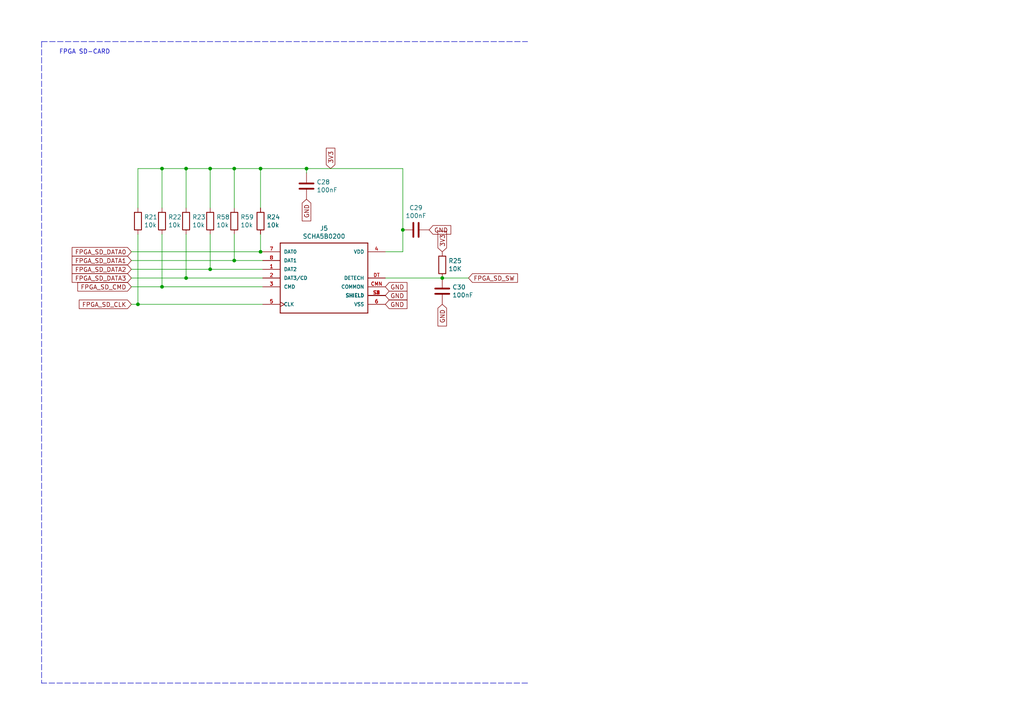
<source format=kicad_sch>
(kicad_sch (version 20211123) (generator eeschema)
  (paper "A4")
  (title_block (rev "0.1") (company "deFEEST"))
  (lib_symbols
    (symbol "Device:C" (pin_numbers hide) (pin_names (offset 0.254))
      (property "Reference" "C" (at 0.635 2.54 0))
      (property "Value" "C" (at 0.635 -2.54 0))
      (symbol "C_0_1"
        (polyline (pts (xy -2.032 -0.762) (xy 2.032 -0.762)) (stroke (width 0.508)))
        (polyline (pts (xy -2.032 0.762) (xy 2.032 0.762)) (stroke (width 0.508)))
      )
      (symbol "C_1_1"
        (pin passive line (at 0 3.81 270) (length 2.794) (name "~") (number "1"))
        (pin passive line (at 0 -3.81 90) (length 2.794) (name "~") (number "2"))
      )
    )
    (symbol "Device:R" (pin_numbers hide) (pin_names (offset 0))
      (property "Reference" "R" (at 2.032 0 90))
      (property "Value" "R" (at 0 0 90))
      (symbol "R_0_1"
        (rectangle (start -1.016 -2.54) (end 1.016 2.54) (stroke (width 0.254)))
      )
      (symbol "R_1_1"
        (pin passive line (at 0 3.81 270) (length 1.27) (name "~") (number "1"))
        (pin passive line (at 0 -3.81 90) (length 1.27) (name "~") (number "2"))
      )
    )
    (symbol "SCHA5B0200:SCHA5B0200" (pin_names (offset 1.016))
      (property "Reference" "J" (at -12.7 10.16 0))
      (property "Value" "SCHA5B0200" (at -12.7 -12.7 0))
      (symbol "SCHA5B0200_0_0"
        (polyline (pts (xy -12.7 -10.16) (xy 12.7 -10.16)) (stroke (width 0.254)))
        (polyline (pts (xy -12.7 10.16) (xy -12.7 -10.16)) (stroke (width 0.254)))
        (polyline (pts (xy 12.7 -10.16) (xy 12.7 10.16)) (stroke (width 0.254)))
        (polyline (pts (xy 12.7 10.16) (xy -12.7 10.16)) (stroke (width 0.254)))
        (pin bidirectional line (at -17.78 2.54 0) (length 5.08) (name "DAT2") (number "1"))
        (pin bidirectional line (at -17.78 0 0) (length 5.08) (name "DAT3/CD") (number "2"))
        (pin bidirectional line (at -17.78 -2.54 0) (length 5.08) (name "CMD") (number "3"))
        (pin power_in line (at 17.78 7.62 180) (length 5.08) (name "VDD") (number "4"))
        (pin bidirectional clock (at -17.78 -7.62 0) (length 5.08) (name "CLK") (number "5"))
        (pin power_in line (at 17.78 -7.62 180) (length 5.08) (name "VSS") (number "6"))
        (pin bidirectional line (at -17.78 7.62 0) (length 5.08) (name "DAT0") (number "7"))
        (pin bidirectional line (at -17.78 5.08 0) (length 5.08) (name "DAT1") (number "8"))
        (pin power_in line (at 17.78 -2.54 180) (length 5.08) (name "COMMON") (number "CMN"))
        (pin passive line (at 17.78 0 180) (length 5.08) (name "DETECH") (number "DT"))
        (pin passive line (at 17.78 -5.08 180) (length 5.08) (name "SHIELD") (number "S1"))
        (pin passive line (at 17.78 -5.08 180) (length 5.08) (name "SHIELD") (number "S2"))
        (pin passive line (at 17.78 -5.08 180) (length 5.08) (name "SHIELD") (number "S3"))
        (pin passive line (at 17.78 -5.08 180) (length 5.08) (name "SHIELD") (number "S4"))
        (pin passive line (at 17.78 -5.08 180) (length 5.08) (name "SHIELD") (number "S5"))
        (pin passive line (at 17.78 -5.08 180) (length 5.08) (name "SHIELD") (number "S6"))
      )
    )
  )
  (junction (at 46.99 83.185))
  (junction (at 46.99 48.895))
  (junction (at 88.9 48.895))
  (junction (at 60.96 78.105))
  (junction (at 53.975 48.895))
  (junction (at 128.27 80.645))
  (junction (at 75.565 73.025))
  (junction (at 60.96 48.895))
  (junction (at 67.945 48.895))
  (junction (at 67.945 75.565))
  (junction (at 40.005 88.265))
  (junction (at 116.84 66.675))
  (junction (at 75.565 48.895))
  (junction (at 53.975 80.645))
  (wire (pts (xy 38.1 80.645) (xy 53.975 80.645)))
  (wire (pts (xy 67.945 48.895) (xy 75.565 48.895)))
  (wire (pts (xy 67.945 67.945) (xy 67.945 75.565)))
  (wire (pts (xy 60.96 48.895) (xy 67.945 48.895)))
  (wire (pts (xy 75.565 73.025) (xy 76.2 73.025)))
  (wire (pts (xy 67.945 60.325) (xy 67.945 48.895)))
  (wire (pts (xy 53.975 67.945) (xy 53.975 80.645)))
  (wire (pts (xy 111.76 73.025) (xy 116.84 73.025)))
  (wire (pts (xy 40.005 88.265) (xy 76.2 88.265)))
  (wire (pts (xy 116.84 66.675) (xy 116.84 73.025)))
  (wire (pts (xy 40.005 60.325) (xy 40.005 48.895)))
  (wire (pts (xy 88.9 48.895) (xy 116.84 48.895)))
  (wire (pts (xy 38.1 78.105) (xy 60.96 78.105)))
  (wire (pts (xy 53.975 48.895) (xy 53.975 60.325)))
  (polyline (pts (xy 12.065 12.065) (xy 153.035 12.065)))
  (wire (pts (xy 128.27 80.645) (xy 111.76 80.645)))
  (wire (pts (xy 60.96 78.105) (xy 76.2 78.105)))
  (wire (pts (xy 38.1 73.025) (xy 75.565 73.025)))
  (wire (pts (xy 46.99 48.895) (xy 53.975 48.895)))
  (wire (pts (xy 67.945 75.565) (xy 76.2 75.565)))
  (wire (pts (xy 135.89 80.645) (xy 128.27 80.645)))
  (wire (pts (xy 38.1 75.565) (xy 67.945 75.565)))
  (polyline (pts (xy 12.065 12.065) (xy 12.065 198.12)))
  (wire (pts (xy 40.005 67.945) (xy 40.005 88.265)))
  (wire (pts (xy 60.96 67.945) (xy 60.96 78.105)))
  (wire (pts (xy 46.99 60.325) (xy 46.99 48.895)))
  (wire (pts (xy 53.975 80.645) (xy 76.2 80.645)))
  (wire (pts (xy 53.975 48.895) (xy 60.96 48.895)))
  (wire (pts (xy 38.1 83.185) (xy 46.99 83.185)))
  (wire (pts (xy 75.565 48.895) (xy 88.9 48.895)))
  (wire (pts (xy 38.1 88.265) (xy 40.005 88.265)))
  (wire (pts (xy 46.99 83.185) (xy 76.2 83.185)))
  (polyline (pts (xy 153.035 198.12) (xy 12.065 198.12)))
  (wire (pts (xy 88.9 48.895) (xy 88.9 50.165)))
  (wire (pts (xy 46.99 67.945) (xy 46.99 83.185)))
  (wire (pts (xy 60.96 60.325) (xy 60.96 48.895)))
  (wire (pts (xy 75.565 60.325) (xy 75.565 48.895)))
  (wire (pts (xy 116.84 48.895) (xy 116.84 66.675)))
  (wire (pts (xy 40.005 48.895) (xy 46.99 48.895)))
  (wire (pts (xy 75.565 67.945) (xy 75.565 73.025)))
  (text "FPGA SD-CARD" (at 17.145 15.875 0) (effects (font (size 1.27 1.27)) (justify left bottom)))
  (global_label "GND" (shape input) (at 111.76 88.265 0) (property "Intersheet References" "${INTERSHEET_REFS}" (effects hide)))
  (global_label "GND" (shape input) (at 128.27 88.265 270) (property "Intersheet References" "${INTERSHEET_REFS}" (effects hide)))
  (global_label "GND" (shape input) (at 111.76 83.185 0) (property "Intersheet References" "${INTERSHEET_REFS}" (effects hide)))
  (global_label "3V3" (shape input) (at 128.27 73.025 90) (property "Intersheet References" "${INTERSHEET_REFS}" (effects hide)))
  (global_label "FPGA_SD_DATA3" (shape input) (at 38.1 80.645 180) (property "Intersheet References" "${INTERSHEET_REFS}" (effects hide)))
  (global_label "FPGA_SD_DATA2" (shape input) (at 38.1 78.105 180) (property "Intersheet References" "${INTERSHEET_REFS}" (effects hide)))
  (global_label "FPGA_SD_DATA0" (shape input) (at 38.1 73.025 180) (property "Intersheet References" "${INTERSHEET_REFS}" (effects hide)))
  (global_label "GND" (shape input) (at 88.9 57.785 270) (property "Intersheet References" "${INTERSHEET_REFS}" (effects hide)))
  (global_label "FPGA_SD_CMD" (shape input) (at 38.1 83.185 180) (property "Intersheet References" "${INTERSHEET_REFS}" (effects hide)))
  (global_label "GND" (shape input) (at 111.76 85.725 0) (property "Intersheet References" "${INTERSHEET_REFS}" (effects hide)))
  (global_label "3V3" (shape input) (at 95.885 48.895 90) (property "Intersheet References" "${INTERSHEET_REFS}" (effects hide)))
  (global_label "GND" (shape input) (at 124.46 66.675 0) (property "Intersheet References" "${INTERSHEET_REFS}" (effects hide)))
  (global_label "FPGA_SD_CLK" (shape input) (at 38.1 88.265 180) (property "Intersheet References" "${INTERSHEET_REFS}" (effects hide)))
  (global_label "FPGA_SD_SW" (shape input) (at 135.89 80.645 0) (property "Intersheet References" "${INTERSHEET_REFS}" (effects hide)))
  (global_label "FPGA_SD_DATA1" (shape input) (at 38.1 75.565 180) (property "Intersheet References" "${INTERSHEET_REFS}" (effects hide)))
  (symbol (lib_id "Device:R") (at 40.005 64.135 0) (unit 1)
    (property "Reference" "R21" (at 41.783 62.9666 0) (effects (justify left)))
    (property "Value" "10k" (at 41.783 65.278 0) (effects (justify left)))
    (property "Footprint" "Resistor_SMD:R_0603_1608Metric" (effects hide))
  )
  (symbol (lib_id "Device:R") (at 46.99 64.135 0) (unit 1)
    (property "Reference" "R22" (at 48.768 62.9666 0) (effects (justify left)))
    (property "Value" "10k" (at 48.768 65.278 0) (effects (justify left)))
    (property "Footprint" "Resistor_SMD:R_0603_1608Metric" (effects hide))
  )
  (symbol (lib_id "Device:R") (at 53.975 64.135 0) (unit 1)
    (property "Reference" "R23" (at 55.753 62.9666 0) (effects (justify left)))
    (property "Value" "10k" (at 55.753 65.278 0) (effects (justify left)))
    (property "Footprint" "Resistor_SMD:R_0603_1608Metric" (effects hide))
  )
  (symbol (lib_id "Device:R") (at 75.565 64.135 0) (unit 1)
    (property "Reference" "R24" (at 77.343 62.9666 0) (effects (justify left)))
    (property "Value" "10k" (at 77.343 65.278 0) (effects (justify left)))
    (property "Footprint" "Resistor_SMD:R_0603_1608Metric" (effects hide))
  )
  (symbol (lib_id "SCHA5B0200:SCHA5B0200") (at 93.98 80.645 0) (unit 1)
    (property "Reference" "J5" (at 93.98 66.2432 0))
    (property "Value" "SCHA5B0200" (at 93.98 68.5546 0))
    (property "Footprint" "ALPS_SCHA5B0200" (effects hide))
    (property "Datasheet" "Unavailable" (effects hide))
    (property "Field4" "None" (effects hide))
    (property "Field5" "SCHA5B0200" (effects hide))
    (property "Field6" "None" (effects hide))
    (property "Field7" "Conn Micro SD Card RCP 8 POS Solder RA SMD Reel" (effects hide))
    (property "Field8" "ALPS" (effects hide))
  )
  (symbol (lib_id "Device:C") (at 88.9 53.975 0) (unit 1)
    (property "Reference" "C28" (at 91.821 52.8066 0) (effects (justify left)))
    (property "Value" "100nF" (at 91.821 55.118 0) (effects (justify left)))
    (property "Footprint" "Capacitor_SMD:C_0603_1608Metric" (effects hide))
  )
  (symbol (lib_id "Device:C") (at 120.65 66.675 270) (unit 1)
    (property "Reference" "C29" (at 120.65 60.2742 90))
    (property "Value" "100nF" (at 120.65 62.5856 90))
    (property "Footprint" "Capacitor_SMD:C_0603_1608Metric" (effects hide))
  )
  (symbol (lib_id "Device:R") (at 128.27 76.835 0) (unit 1)
    (property "Reference" "R25" (at 130.048 75.6666 0) (effects (justify left)))
    (property "Value" "10K" (at 130.048 77.978 0) (effects (justify left)))
    (property "Footprint" "Resistor_SMD:R_0603_1608Metric" (effects hide))
  )
  (symbol (lib_id "Device:C") (at 128.27 84.455 0) (unit 1)
    (property "Reference" "C30" (at 131.191 83.2866 0) (effects (justify left)))
    (property "Value" "100nF" (at 131.191 85.598 0) (effects (justify left)))
    (property "Footprint" "Capacitor_SMD:C_0603_1608Metric" (effects hide))
  )
  (symbol (lib_id "Device:R") (at 67.945 64.135 0) (unit 1)
    (property "Reference" "R59" (at 69.723 62.9666 0) (effects (justify left)))
    (property "Value" "10k" (at 69.723 65.278 0) (effects (justify left)))
    (property "Footprint" "Resistor_SMD:R_0603_1608Metric" (effects hide))
  )
  (symbol (lib_id "Device:R") (at 60.96 64.135 0) (unit 1)
    (property "Reference" "R58" (at 62.738 62.9666 0) (effects (justify left)))
    (property "Value" "10k" (at 62.738 65.278 0) (effects (justify left)))
    (property "Footprint" "Resistor_SMD:R_0603_1608Metric" (effects hide))
  )
)
</source>
